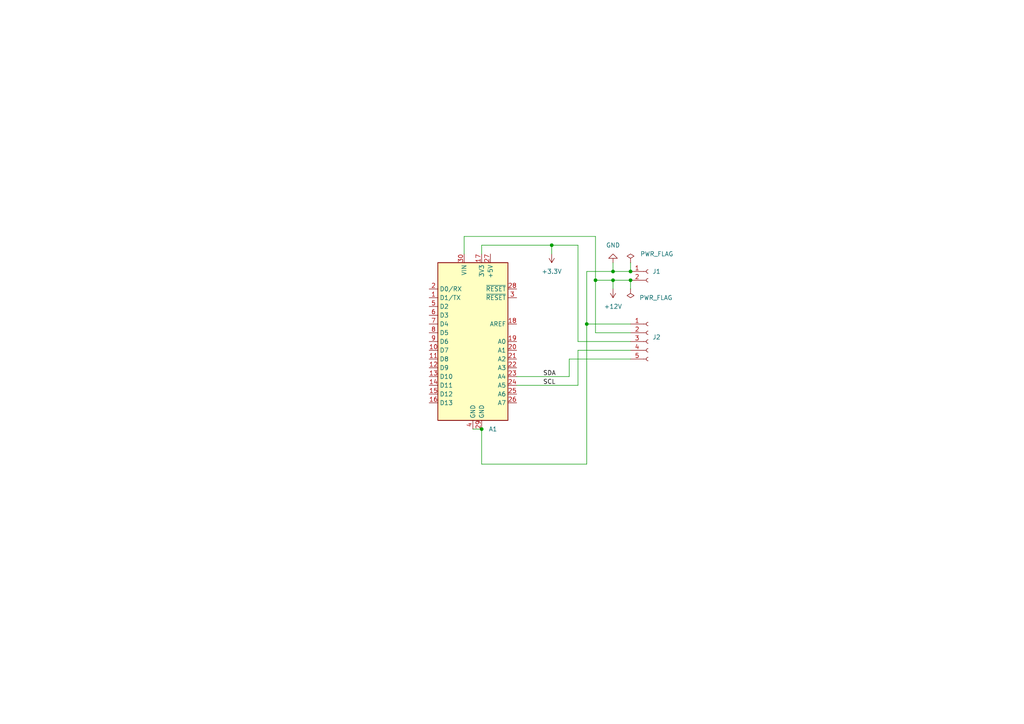
<source format=kicad_sch>
(kicad_sch (version 20211123) (generator eeschema)
  (paper "A4")
  (lib_symbols
    (symbol "Connector:Conn_01x02_Female" (pin_names (offset 1.016) hide)
      (property "Reference" "J" (at 0 2.54 0))
      (property "Value" "Conn_01x02_Female" (at 0 -5.08 0))
      (symbol "Conn_01x02_Female_1_1"
        (arc (start 0 -2.032) (mid -0.508 -2.54) (end 0 -3.048) (stroke (width 0.1524)))
        (polyline (pts (xy -1.27 -2.54) (xy -0.508 -2.54)) (stroke (width 0.1524)))
        (polyline (pts (xy -1.27 0) (xy -0.508 0)) (stroke (width 0.1524)))
        (arc (start 0 0.508) (mid -0.508 0) (end 0 -0.508) (stroke (width 0.1524)))
        (pin passive line (at -5.08 0 0) (length 3.81) (name "Pin_1") (number "1"))
        (pin passive line (at -5.08 -2.54 0) (length 3.81) (name "Pin_2") (number "2"))
      )
    )
    (symbol "Connector:Conn_01x05_Female" (pin_names (offset 1.016) hide)
      (property "Reference" "J" (at 0 7.62 0))
      (property "Value" "Conn_01x05_Female" (at 0 -7.62 0))
      (symbol "Conn_01x05_Female_1_1"
        (arc (start 0 -4.572) (mid -0.508 -5.08) (end 0 -5.588) (stroke (width 0.1524)))
        (arc (start 0 -2.032) (mid -0.508 -2.54) (end 0 -3.048) (stroke (width 0.1524)))
        (polyline (pts (xy -1.27 -5.08) (xy -0.508 -5.08)) (stroke (width 0.1524)))
        (polyline (pts (xy -1.27 -2.54) (xy -0.508 -2.54)) (stroke (width 0.1524)))
        (polyline (pts (xy -1.27 0) (xy -0.508 0)) (stroke (width 0.1524)))
        (polyline (pts (xy -1.27 2.54) (xy -0.508 2.54)) (stroke (width 0.1524)))
        (polyline (pts (xy -1.27 5.08) (xy -0.508 5.08)) (stroke (width 0.1524)))
        (arc (start 0 0.508) (mid -0.508 0) (end 0 -0.508) (stroke (width 0.1524)))
        (arc (start 0 3.048) (mid -0.508 2.54) (end 0 2.032) (stroke (width 0.1524)))
        (arc (start 0 5.588) (mid -0.508 5.08) (end 0 4.572) (stroke (width 0.1524)))
        (pin passive line (at -5.08 5.08 0) (length 3.81) (name "Pin_1") (number "1"))
        (pin passive line (at -5.08 2.54 0) (length 3.81) (name "Pin_2") (number "2"))
        (pin passive line (at -5.08 0 0) (length 3.81) (name "Pin_3") (number "3"))
        (pin passive line (at -5.08 -2.54 0) (length 3.81) (name "Pin_4") (number "4"))
        (pin passive line (at -5.08 -5.08 0) (length 3.81) (name "Pin_5") (number "5"))
      )
    )
    (symbol "MCU_Module:Arduino_Nano_v3.x"
      (property "Reference" "A" (at -10.16 23.495 0))
      (property "Value" "Arduino_Nano_v3.x" (at 5.08 -24.13 0))
      (symbol "Arduino_Nano_v3.x_0_1"
        (rectangle (start -10.16 22.86) (end 10.16 -22.86) (stroke (width 0.254)) (fill (type background)))
      )
      (symbol "Arduino_Nano_v3.x_1_1"
        (pin bidirectional line (at -12.7 12.7 0) (length 2.54) (name "D1/TX") (number "1"))
        (pin bidirectional line (at -12.7 -2.54 0) (length 2.54) (name "D7") (number "10"))
        (pin bidirectional line (at -12.7 -5.08 0) (length 2.54) (name "D8") (number "11"))
        (pin bidirectional line (at -12.7 -7.62 0) (length 2.54) (name "D9") (number "12"))
        (pin bidirectional line (at -12.7 -10.16 0) (length 2.54) (name "D10") (number "13"))
        (pin bidirectional line (at -12.7 -12.7 0) (length 2.54) (name "D11") (number "14"))
        (pin bidirectional line (at -12.7 -15.24 0) (length 2.54) (name "D12") (number "15"))
        (pin bidirectional line (at -12.7 -17.78 0) (length 2.54) (name "D13") (number "16"))
        (pin power_out line (at 2.54 25.4 270) (length 2.54) (name "3V3") (number "17"))
        (pin input line (at 12.7 5.08 180) (length 2.54) (name "AREF") (number "18"))
        (pin bidirectional line (at 12.7 0 180) (length 2.54) (name "A0") (number "19"))
        (pin bidirectional line (at -12.7 15.24 0) (length 2.54) (name "D0/RX") (number "2"))
        (pin bidirectional line (at 12.7 -2.54 180) (length 2.54) (name "A1") (number "20"))
        (pin bidirectional line (at 12.7 -5.08 180) (length 2.54) (name "A2") (number "21"))
        (pin bidirectional line (at 12.7 -7.62 180) (length 2.54) (name "A3") (number "22"))
        (pin bidirectional line (at 12.7 -10.16 180) (length 2.54) (name "A4") (number "23"))
        (pin bidirectional line (at 12.7 -12.7 180) (length 2.54) (name "A5") (number "24"))
        (pin bidirectional line (at 12.7 -15.24 180) (length 2.54) (name "A6") (number "25"))
        (pin bidirectional line (at 12.7 -17.78 180) (length 2.54) (name "A7") (number "26"))
        (pin power_out line (at 5.08 25.4 270) (length 2.54) (name "+5V") (number "27"))
        (pin input line (at 12.7 15.24 180) (length 2.54) (name "~{RESET}") (number "28"))
        (pin power_in line (at 2.54 -25.4 90) (length 2.54) (name "GND") (number "29"))
        (pin input line (at 12.7 12.7 180) (length 2.54) (name "~{RESET}") (number "3"))
        (pin power_in line (at -2.54 25.4 270) (length 2.54) (name "VIN") (number "30"))
        (pin power_in line (at 0 -25.4 90) (length 2.54) (name "GND") (number "4"))
        (pin bidirectional line (at -12.7 10.16 0) (length 2.54) (name "D2") (number "5"))
        (pin bidirectional line (at -12.7 7.62 0) (length 2.54) (name "D3") (number "6"))
        (pin bidirectional line (at -12.7 5.08 0) (length 2.54) (name "D4") (number "7"))
        (pin bidirectional line (at -12.7 2.54 0) (length 2.54) (name "D5") (number "8"))
        (pin bidirectional line (at -12.7 0 0) (length 2.54) (name "D6") (number "9"))
      )
    )
    (symbol "power:+12V" (power) (pin_names (offset 0))
      (property "Value" "+12V" (at 0 3.556 0))
      (symbol "+12V_0_1"
        (polyline (pts (xy -0.762 1.27) (xy 0 2.54)))
        (polyline (pts (xy 0 0) (xy 0 2.54)))
        (polyline (pts (xy 0 2.54) (xy 0.762 1.27)))
      )
      (symbol "+12V_1_1"
        (pin power_in line (at 0 0 90) (length 0) hide (name "+12V") (number "1"))
      )
    )
    (symbol "power:+3.3V" (power) (pin_names (offset 0))
      (property "Value" "+3.3V" (at 0 3.556 0))
      (symbol "+3.3V_0_1"
        (polyline (pts (xy -0.762 1.27) (xy 0 2.54)))
        (polyline (pts (xy 0 0) (xy 0 2.54)))
        (polyline (pts (xy 0 2.54) (xy 0.762 1.27)))
      )
      (symbol "+3.3V_1_1"
        (pin power_in line (at 0 0 90) (length 0) hide (name "+3.3V") (number "1"))
      )
    )
    (symbol "power:GND" (power) (pin_names (offset 0))
      (property "Value" "GND" (at 0 -3.81 0))
      (symbol "GND_0_1"
        (polyline (pts (xy 0 0) (xy 0 -1.27) (xy 1.27 -1.27) (xy 0 -2.54) (xy -1.27 -1.27) (xy 0 -1.27)))
      )
      (symbol "GND_1_1"
        (pin power_in line (at 0 0 270) (length 0) hide (name "GND") (number "1"))
      )
    )
    (symbol "power:PWR_FLAG" (power) (pin_numbers hide) (pin_names (offset 0) hide)
      (property "Value" "PWR_FLAG" (at 0 3.81 0))
      (symbol "PWR_FLAG_0_0"
        (pin power_out line (at 0 0 90) (length 0) (name "pwr") (number "1"))
      )
      (symbol "PWR_FLAG_0_1"
        (polyline (pts (xy 0 0) (xy 0 1.27) (xy -1.016 1.905) (xy 0 2.54) (xy 1.016 1.905) (xy 0 1.27)))
      )
    )
  )
  (junction (at 160.02 71.12))
  (junction (at 139.7 124.46))
  (junction (at 177.8 78.74))
  (junction (at 182.88 78.74))
  (junction (at 172.72 81.28))
  (junction (at 182.88 81.28))
  (junction (at 177.8 81.28))
  (junction (at 170.18 93.98))
  (wire (pts (xy 177.8 81.28) (xy 182.88 81.28)))
  (wire (pts (xy 167.64 111.76) (xy 167.64 101.6)))
  (wire (pts (xy 167.64 71.12) (xy 167.64 99.06)))
  (wire (pts (xy 165.1 104.14) (xy 182.88 104.14)))
  (wire (pts (xy 167.64 101.6) (xy 182.88 101.6)))
  (wire (pts (xy 134.62 68.58) (xy 134.62 73.66)))
  (wire (pts (xy 167.64 99.06) (xy 182.88 99.06)))
  (wire (pts (xy 182.88 76.2) (xy 182.88 78.74)))
  (wire (pts (xy 170.18 93.98) (xy 182.88 93.98)))
  (wire (pts (xy 139.7 71.12) (xy 160.02 71.12)))
  (wire (pts (xy 177.8 78.74) (xy 182.88 78.74)))
  (wire (pts (xy 177.8 83.82) (xy 177.8 81.28)))
  (wire (pts (xy 172.72 81.28) (xy 177.8 81.28)))
  (wire (pts (xy 139.7 134.62) (xy 170.18 134.62)))
  (wire (pts (xy 139.7 134.62) (xy 139.7 124.46)))
  (wire (pts (xy 160.02 71.12) (xy 167.64 71.12)))
  (wire (pts (xy 172.72 81.28) (xy 172.72 68.58)))
  (wire (pts (xy 177.8 76.2) (xy 177.8 78.74)))
  (wire (pts (xy 170.18 134.62) (xy 170.18 93.98)))
  (wire (pts (xy 172.72 68.58) (xy 134.62 68.58)))
  (wire (pts (xy 165.1 109.22) (xy 165.1 104.14)))
  (wire (pts (xy 172.72 96.52) (xy 172.72 81.28)))
  (wire (pts (xy 149.86 111.76) (xy 167.64 111.76)))
  (wire (pts (xy 170.18 93.98) (xy 170.18 78.74)))
  (wire (pts (xy 182.88 81.28) (xy 182.88 83.82)))
  (wire (pts (xy 170.18 78.74) (xy 177.8 78.74)))
  (wire (pts (xy 182.88 96.52) (xy 172.72 96.52)))
  (wire (pts (xy 137.16 124.46) (xy 139.7 124.46)))
  (wire (pts (xy 149.86 109.22) (xy 165.1 109.22)))
  (wire (pts (xy 139.7 71.12) (xy 139.7 73.66)))
  (wire (pts (xy 160.02 73.66) (xy 160.02 71.12)))
  (label "SCL" (at 157.48 111.76 0))
  (label "SDA" (at 157.48 109.22 0))
  (symbol (lib_id "power:GND") (at 177.8 76.2 180) (unit 1)
    (property "Reference" "#PWR0102" (effects hide))
    (property "Value" "GND" (at 177.8 71.12 0))
  )
  (symbol (lib_id "Connector:Conn_01x02_Female") (at 187.96 78.74 0) (unit 1)
    (property "Reference" "J1" (at 189.23 78.7399 0) (effects (justify left)))
    (property "Value" "Conn_01x02_Female" (effects hide))
    (property "Footprint" "Connector_JST:JST_XH_B2B-XH-A_1x02_P2.50mm_Vertical" (effects hide))
  )
  (symbol (lib_id "power:+12V") (at 177.8 83.82 180) (unit 1)
    (property "Reference" "#PWR0101" (effects hide))
    (property "Value" "+12V" (at 177.8 88.9 0))
  )
  (symbol (lib_id "power:PWR_FLAG") (at 182.88 83.82 180) (unit 1)
    (property "Reference" "#FLG02" (effects hide))
    (property "Value" "PWR_FLAG" (at 185.42 86.36 0) (effects (justify right)))
  )
  (symbol (lib_id "power:+3.3V") (at 160.02 73.66 180) (unit 1)
    (property "Reference" "#PWR0103" (effects hide))
    (property "Value" "+3.3V" (at 160.02 78.74 0))
  )
  (symbol (lib_id "power:PWR_FLAG") (at 182.88 76.2 0) (unit 1)
    (property "Reference" "#FLG01" (effects hide))
    (property "Value" "PWR_FLAG" (at 190.5 73.66 0))
  )
  (symbol (lib_id "Connector:Conn_01x05_Female") (at 187.96 99.06 0) (unit 1)
    (property "Reference" "J2" (at 189.23 97.7899 0) (effects (justify left)))
    (property "Value" "Conn_01x05_Female" (effects hide))
    (property "Footprint" "Connector_JST:JST_XH_B5B-XH-A_1x05_P2.50mm_Vertical" (effects hide))
  )
  (symbol (lib_id "MCU_Module:Arduino_Nano_v3.x") (at 137.16 99.06 0) (unit 1)
    (property "Reference" "A1" (at 141.7194 124.46 0) (effects (justify left)))
    (property "Value" "Arduino_Nano_v3.x" (effects hide))
    (property "Footprint" "Module:Arduino_Nano" (effects hide))
    (property "Datasheet" "http://www.mouser.com/pdfdocs/Gravitech_Arduino_Nano3_0.pdf" (effects hide))
  )
)
</source>
